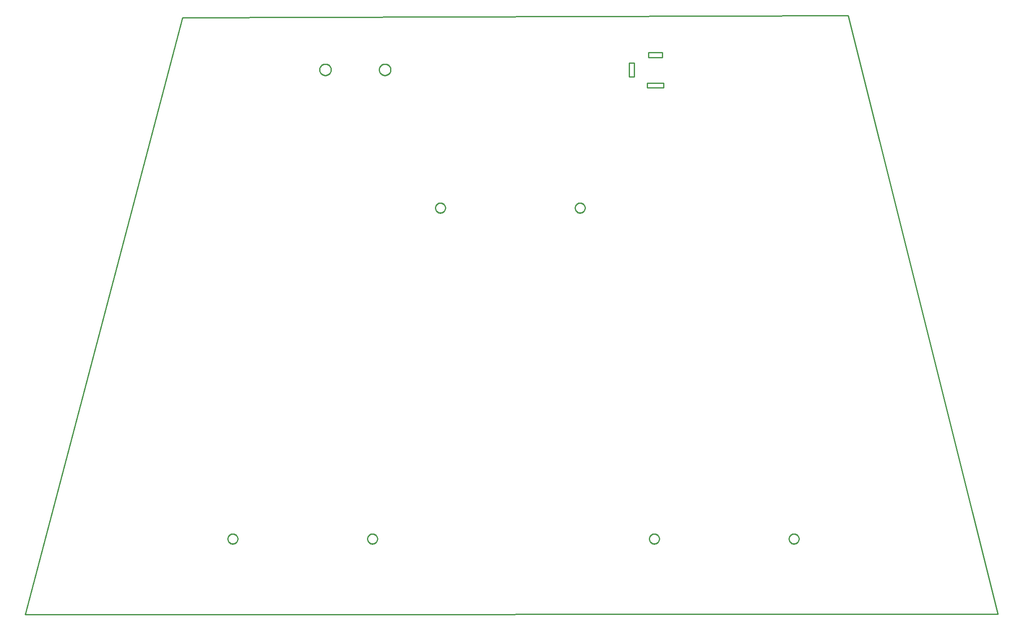
<source format=gbr>
G04 EAGLE Gerber X2 export*
%TF.Part,Single*%
%TF.FileFunction,Profile,NP*%
%TF.FilePolarity,Positive*%
%TF.GenerationSoftware,Autodesk,EAGLE,9.0.0*%
%TF.CreationDate,2019-05-23T14:05:43Z*%
G75*
%MOMM*%
%FSLAX34Y34*%
%LPD*%
%AMOC8*
5,1,8,0,0,1.08239X$1,22.5*%
G01*
%ADD10C,0.254000*%


D10*
X171450Y190500D02*
X2135351Y191341D01*
X1833227Y1399495D01*
X489271Y1394936D01*
X171450Y190500D01*
X1429901Y1314398D02*
X1457901Y1314398D01*
X1457901Y1324398D01*
X1429901Y1324398D01*
X1429901Y1314398D01*
X1427401Y1253398D02*
X1460401Y1253398D01*
X1460401Y1263398D01*
X1427401Y1263398D01*
X1427401Y1253398D01*
X1390901Y1275398D02*
X1400901Y1275398D01*
X1400901Y1303398D01*
X1390901Y1303398D01*
X1390901Y1275398D01*
X1301900Y1010483D02*
X1301824Y1009614D01*
X1301672Y1008754D01*
X1301446Y1007910D01*
X1301148Y1007090D01*
X1300779Y1006298D01*
X1300342Y1005542D01*
X1299841Y1004827D01*
X1299280Y1004158D01*
X1298662Y1003540D01*
X1297993Y1002979D01*
X1297278Y1002478D01*
X1296522Y1002041D01*
X1295730Y1001672D01*
X1294910Y1001374D01*
X1294066Y1001148D01*
X1293207Y1000996D01*
X1292337Y1000920D01*
X1291463Y1000920D01*
X1290594Y1000996D01*
X1289734Y1001148D01*
X1288890Y1001374D01*
X1288070Y1001672D01*
X1287278Y1002041D01*
X1286522Y1002478D01*
X1285807Y1002979D01*
X1285138Y1003540D01*
X1284520Y1004158D01*
X1283959Y1004827D01*
X1283458Y1005542D01*
X1283021Y1006298D01*
X1282652Y1007090D01*
X1282354Y1007910D01*
X1282128Y1008754D01*
X1281976Y1009614D01*
X1281900Y1010483D01*
X1281900Y1011357D01*
X1281976Y1012227D01*
X1282128Y1013086D01*
X1282354Y1013930D01*
X1282652Y1014750D01*
X1283021Y1015542D01*
X1283458Y1016298D01*
X1283959Y1017013D01*
X1284520Y1017682D01*
X1285138Y1018300D01*
X1285807Y1018861D01*
X1286522Y1019362D01*
X1287278Y1019799D01*
X1288070Y1020168D01*
X1288890Y1020466D01*
X1289734Y1020692D01*
X1290594Y1020844D01*
X1291463Y1020920D01*
X1292337Y1020920D01*
X1293207Y1020844D01*
X1294066Y1020692D01*
X1294910Y1020466D01*
X1295730Y1020168D01*
X1296522Y1019799D01*
X1297278Y1019362D01*
X1297993Y1018861D01*
X1298662Y1018300D01*
X1299280Y1017682D01*
X1299841Y1017013D01*
X1300342Y1016298D01*
X1300779Y1015542D01*
X1301148Y1014750D01*
X1301446Y1013930D01*
X1301672Y1013086D01*
X1301824Y1012227D01*
X1301900Y1011357D01*
X1301900Y1010483D01*
X1019900Y1010483D02*
X1019824Y1009614D01*
X1019672Y1008754D01*
X1019446Y1007910D01*
X1019148Y1007090D01*
X1018779Y1006298D01*
X1018342Y1005542D01*
X1017841Y1004827D01*
X1017280Y1004158D01*
X1016662Y1003540D01*
X1015993Y1002979D01*
X1015278Y1002478D01*
X1014522Y1002041D01*
X1013730Y1001672D01*
X1012910Y1001374D01*
X1012066Y1001148D01*
X1011207Y1000996D01*
X1010337Y1000920D01*
X1009463Y1000920D01*
X1008594Y1000996D01*
X1007734Y1001148D01*
X1006890Y1001374D01*
X1006070Y1001672D01*
X1005278Y1002041D01*
X1004522Y1002478D01*
X1003807Y1002979D01*
X1003138Y1003540D01*
X1002520Y1004158D01*
X1001959Y1004827D01*
X1001458Y1005542D01*
X1001021Y1006298D01*
X1000652Y1007090D01*
X1000354Y1007910D01*
X1000128Y1008754D01*
X999976Y1009614D01*
X999900Y1010483D01*
X999900Y1011357D01*
X999976Y1012227D01*
X1000128Y1013086D01*
X1000354Y1013930D01*
X1000652Y1014750D01*
X1001021Y1015542D01*
X1001458Y1016298D01*
X1001959Y1017013D01*
X1002520Y1017682D01*
X1003138Y1018300D01*
X1003807Y1018861D01*
X1004522Y1019362D01*
X1005278Y1019799D01*
X1006070Y1020168D01*
X1006890Y1020466D01*
X1007734Y1020692D01*
X1008594Y1020844D01*
X1009463Y1020920D01*
X1010337Y1020920D01*
X1011207Y1020844D01*
X1012066Y1020692D01*
X1012910Y1020466D01*
X1013730Y1020168D01*
X1014522Y1019799D01*
X1015278Y1019362D01*
X1015993Y1018861D01*
X1016662Y1018300D01*
X1017280Y1017682D01*
X1017841Y1017013D01*
X1018342Y1016298D01*
X1018779Y1015542D01*
X1019148Y1014750D01*
X1019446Y1013930D01*
X1019672Y1013086D01*
X1019824Y1012227D01*
X1019900Y1011357D01*
X1019900Y1010483D01*
X882800Y342463D02*
X882724Y341594D01*
X882572Y340734D01*
X882346Y339890D01*
X882048Y339070D01*
X881679Y338278D01*
X881242Y337522D01*
X880741Y336807D01*
X880180Y336138D01*
X879562Y335520D01*
X878893Y334959D01*
X878178Y334458D01*
X877422Y334021D01*
X876630Y333652D01*
X875810Y333354D01*
X874966Y333128D01*
X874107Y332976D01*
X873237Y332900D01*
X872363Y332900D01*
X871494Y332976D01*
X870634Y333128D01*
X869790Y333354D01*
X868970Y333652D01*
X868178Y334021D01*
X867422Y334458D01*
X866707Y334959D01*
X866038Y335520D01*
X865420Y336138D01*
X864859Y336807D01*
X864358Y337522D01*
X863921Y338278D01*
X863552Y339070D01*
X863254Y339890D01*
X863028Y340734D01*
X862876Y341594D01*
X862800Y342463D01*
X862800Y343337D01*
X862876Y344207D01*
X863028Y345066D01*
X863254Y345910D01*
X863552Y346730D01*
X863921Y347522D01*
X864358Y348278D01*
X864859Y348993D01*
X865420Y349662D01*
X866038Y350280D01*
X866707Y350841D01*
X867422Y351342D01*
X868178Y351779D01*
X868970Y352148D01*
X869790Y352446D01*
X870634Y352672D01*
X871494Y352824D01*
X872363Y352900D01*
X873237Y352900D01*
X874107Y352824D01*
X874966Y352672D01*
X875810Y352446D01*
X876630Y352148D01*
X877422Y351779D01*
X878178Y351342D01*
X878893Y350841D01*
X879562Y350280D01*
X880180Y349662D01*
X880741Y348993D01*
X881242Y348278D01*
X881679Y347522D01*
X882048Y346730D01*
X882346Y345910D01*
X882572Y345066D01*
X882724Y344207D01*
X882800Y343337D01*
X882800Y342463D01*
X600800Y342463D02*
X600724Y341594D01*
X600572Y340734D01*
X600346Y339890D01*
X600048Y339070D01*
X599679Y338278D01*
X599242Y337522D01*
X598741Y336807D01*
X598180Y336138D01*
X597562Y335520D01*
X596893Y334959D01*
X596178Y334458D01*
X595422Y334021D01*
X594630Y333652D01*
X593810Y333354D01*
X592966Y333128D01*
X592107Y332976D01*
X591237Y332900D01*
X590363Y332900D01*
X589494Y332976D01*
X588634Y333128D01*
X587790Y333354D01*
X586970Y333652D01*
X586178Y334021D01*
X585422Y334458D01*
X584707Y334959D01*
X584038Y335520D01*
X583420Y336138D01*
X582859Y336807D01*
X582358Y337522D01*
X581921Y338278D01*
X581552Y339070D01*
X581254Y339890D01*
X581028Y340734D01*
X580876Y341594D01*
X580800Y342463D01*
X580800Y343337D01*
X580876Y344207D01*
X581028Y345066D01*
X581254Y345910D01*
X581552Y346730D01*
X581921Y347522D01*
X582358Y348278D01*
X582859Y348993D01*
X583420Y349662D01*
X584038Y350280D01*
X584707Y350841D01*
X585422Y351342D01*
X586178Y351779D01*
X586970Y352148D01*
X587790Y352446D01*
X588634Y352672D01*
X589494Y352824D01*
X590363Y352900D01*
X591237Y352900D01*
X592107Y352824D01*
X592966Y352672D01*
X593810Y352446D01*
X594630Y352148D01*
X595422Y351779D01*
X596178Y351342D01*
X596893Y350841D01*
X597562Y350280D01*
X598180Y349662D01*
X598741Y348993D01*
X599242Y348278D01*
X599679Y347522D01*
X600048Y346730D01*
X600346Y345910D01*
X600572Y345066D01*
X600724Y344207D01*
X600800Y343337D01*
X600800Y342463D01*
X1733700Y342463D02*
X1733624Y341594D01*
X1733472Y340734D01*
X1733246Y339890D01*
X1732948Y339070D01*
X1732579Y338278D01*
X1732142Y337522D01*
X1731641Y336807D01*
X1731080Y336138D01*
X1730462Y335520D01*
X1729793Y334959D01*
X1729078Y334458D01*
X1728322Y334021D01*
X1727530Y333652D01*
X1726710Y333354D01*
X1725866Y333128D01*
X1725007Y332976D01*
X1724137Y332900D01*
X1723263Y332900D01*
X1722394Y332976D01*
X1721534Y333128D01*
X1720690Y333354D01*
X1719870Y333652D01*
X1719078Y334021D01*
X1718322Y334458D01*
X1717607Y334959D01*
X1716938Y335520D01*
X1716320Y336138D01*
X1715759Y336807D01*
X1715258Y337522D01*
X1714821Y338278D01*
X1714452Y339070D01*
X1714154Y339890D01*
X1713928Y340734D01*
X1713776Y341594D01*
X1713700Y342463D01*
X1713700Y343337D01*
X1713776Y344207D01*
X1713928Y345066D01*
X1714154Y345910D01*
X1714452Y346730D01*
X1714821Y347522D01*
X1715258Y348278D01*
X1715759Y348993D01*
X1716320Y349662D01*
X1716938Y350280D01*
X1717607Y350841D01*
X1718322Y351342D01*
X1719078Y351779D01*
X1719870Y352148D01*
X1720690Y352446D01*
X1721534Y352672D01*
X1722394Y352824D01*
X1723263Y352900D01*
X1724137Y352900D01*
X1725007Y352824D01*
X1725866Y352672D01*
X1726710Y352446D01*
X1727530Y352148D01*
X1728322Y351779D01*
X1729078Y351342D01*
X1729793Y350841D01*
X1730462Y350280D01*
X1731080Y349662D01*
X1731641Y348993D01*
X1732142Y348278D01*
X1732579Y347522D01*
X1732948Y346730D01*
X1733246Y345910D01*
X1733472Y345066D01*
X1733624Y344207D01*
X1733700Y343337D01*
X1733700Y342463D01*
X1451700Y342463D02*
X1451624Y341594D01*
X1451472Y340734D01*
X1451246Y339890D01*
X1450948Y339070D01*
X1450579Y338278D01*
X1450142Y337522D01*
X1449641Y336807D01*
X1449080Y336138D01*
X1448462Y335520D01*
X1447793Y334959D01*
X1447078Y334458D01*
X1446322Y334021D01*
X1445530Y333652D01*
X1444710Y333354D01*
X1443866Y333128D01*
X1443007Y332976D01*
X1442137Y332900D01*
X1441263Y332900D01*
X1440394Y332976D01*
X1439534Y333128D01*
X1438690Y333354D01*
X1437870Y333652D01*
X1437078Y334021D01*
X1436322Y334458D01*
X1435607Y334959D01*
X1434938Y335520D01*
X1434320Y336138D01*
X1433759Y336807D01*
X1433258Y337522D01*
X1432821Y338278D01*
X1432452Y339070D01*
X1432154Y339890D01*
X1431928Y340734D01*
X1431776Y341594D01*
X1431700Y342463D01*
X1431700Y343337D01*
X1431776Y344207D01*
X1431928Y345066D01*
X1432154Y345910D01*
X1432452Y346730D01*
X1432821Y347522D01*
X1433258Y348278D01*
X1433759Y348993D01*
X1434320Y349662D01*
X1434938Y350280D01*
X1435607Y350841D01*
X1436322Y351342D01*
X1437078Y351779D01*
X1437870Y352148D01*
X1438690Y352446D01*
X1439534Y352672D01*
X1440394Y352824D01*
X1441263Y352900D01*
X1442137Y352900D01*
X1443007Y352824D01*
X1443866Y352672D01*
X1444710Y352446D01*
X1445530Y352148D01*
X1446322Y351779D01*
X1447078Y351342D01*
X1447793Y350841D01*
X1448462Y350280D01*
X1449080Y349662D01*
X1449641Y348993D01*
X1450142Y348278D01*
X1450579Y347522D01*
X1450948Y346730D01*
X1451246Y345910D01*
X1451472Y345066D01*
X1451624Y344207D01*
X1451700Y343337D01*
X1451700Y342463D01*
X886569Y1290440D02*
X886640Y1291341D01*
X886781Y1292233D01*
X886992Y1293112D01*
X887271Y1293971D01*
X887617Y1294806D01*
X888027Y1295611D01*
X888499Y1296382D01*
X889031Y1297113D01*
X889617Y1297800D01*
X890256Y1298439D01*
X890944Y1299026D01*
X891675Y1299557D01*
X892445Y1300029D01*
X893250Y1300440D01*
X894085Y1300785D01*
X894945Y1301065D01*
X895823Y1301276D01*
X896716Y1301417D01*
X897617Y1301488D01*
X898521Y1301488D01*
X899421Y1301417D01*
X900314Y1301276D01*
X901193Y1301065D01*
X902052Y1300785D01*
X902887Y1300440D01*
X903692Y1300029D01*
X904463Y1299557D01*
X905194Y1299026D01*
X905881Y1298439D01*
X906520Y1297800D01*
X907107Y1297113D01*
X907638Y1296382D01*
X908110Y1295611D01*
X908520Y1294806D01*
X908866Y1293971D01*
X909145Y1293112D01*
X909356Y1292233D01*
X909498Y1291341D01*
X909569Y1290440D01*
X909569Y1289536D01*
X909498Y1288635D01*
X909356Y1287743D01*
X909145Y1286864D01*
X908866Y1286005D01*
X908520Y1285170D01*
X908110Y1284364D01*
X907638Y1283594D01*
X907107Y1282863D01*
X906520Y1282176D01*
X905881Y1281537D01*
X905194Y1280950D01*
X904463Y1280419D01*
X903692Y1279946D01*
X902887Y1279536D01*
X902052Y1279190D01*
X901193Y1278911D01*
X900314Y1278700D01*
X899421Y1278559D01*
X898521Y1278488D01*
X897617Y1278488D01*
X896716Y1278559D01*
X895823Y1278700D01*
X894945Y1278911D01*
X894085Y1279190D01*
X893250Y1279536D01*
X892445Y1279946D01*
X891675Y1280419D01*
X890944Y1280950D01*
X890256Y1281537D01*
X889617Y1282176D01*
X889031Y1282863D01*
X888499Y1283594D01*
X888027Y1284364D01*
X887617Y1285170D01*
X887271Y1286005D01*
X886992Y1286864D01*
X886781Y1287743D01*
X886640Y1288635D01*
X886569Y1289536D01*
X886569Y1290440D01*
X766169Y1290440D02*
X766240Y1291341D01*
X766381Y1292233D01*
X766592Y1293112D01*
X766871Y1293971D01*
X767217Y1294806D01*
X767627Y1295611D01*
X768099Y1296382D01*
X768631Y1297113D01*
X769217Y1297800D01*
X769856Y1298439D01*
X770544Y1299026D01*
X771275Y1299557D01*
X772045Y1300029D01*
X772850Y1300440D01*
X773685Y1300785D01*
X774545Y1301065D01*
X775423Y1301276D01*
X776316Y1301417D01*
X777217Y1301488D01*
X778121Y1301488D01*
X779021Y1301417D01*
X779914Y1301276D01*
X780793Y1301065D01*
X781652Y1300785D01*
X782487Y1300440D01*
X783292Y1300029D01*
X784063Y1299557D01*
X784794Y1299026D01*
X785481Y1298439D01*
X786120Y1297800D01*
X786707Y1297113D01*
X787238Y1296382D01*
X787710Y1295611D01*
X788120Y1294806D01*
X788466Y1293971D01*
X788745Y1293112D01*
X788956Y1292233D01*
X789098Y1291341D01*
X789169Y1290440D01*
X789169Y1289536D01*
X789098Y1288635D01*
X788956Y1287743D01*
X788745Y1286864D01*
X788466Y1286005D01*
X788120Y1285170D01*
X787710Y1284364D01*
X787238Y1283594D01*
X786707Y1282863D01*
X786120Y1282176D01*
X785481Y1281537D01*
X784794Y1280950D01*
X784063Y1280419D01*
X783292Y1279946D01*
X782487Y1279536D01*
X781652Y1279190D01*
X780793Y1278911D01*
X779914Y1278700D01*
X779021Y1278559D01*
X778121Y1278488D01*
X777217Y1278488D01*
X776316Y1278559D01*
X775423Y1278700D01*
X774545Y1278911D01*
X773685Y1279190D01*
X772850Y1279536D01*
X772045Y1279946D01*
X771275Y1280419D01*
X770544Y1280950D01*
X769856Y1281537D01*
X769217Y1282176D01*
X768631Y1282863D01*
X768099Y1283594D01*
X767627Y1284364D01*
X767217Y1285170D01*
X766871Y1286005D01*
X766592Y1286864D01*
X766381Y1287743D01*
X766240Y1288635D01*
X766169Y1289536D01*
X766169Y1290440D01*
M02*

</source>
